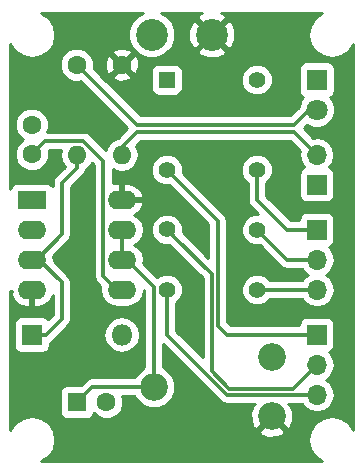
<source format=gbl>
G04 #@! TF.GenerationSoftware,KiCad,Pcbnew,(2017-10-17 revision 537804b)-master*
G04 #@! TF.CreationDate,2017-12-28T11:37:30+01:00*
G04 #@! TF.ProjectId,MonoStable555,4D6F6E6F537461626C653535352E6B69,rev?*
G04 #@! TF.SameCoordinates,Original*
G04 #@! TF.FileFunction,Copper,L2,Bot,Signal*
G04 #@! TF.FilePolarity,Positive*
%FSLAX46Y46*%
G04 Gerber Fmt 4.6, Leading zero omitted, Abs format (unit mm)*
G04 Created by KiCad (PCBNEW (2017-10-17 revision 537804b)-master) date 2017 December 28, Thursday 11:37:30*
%MOMM*%
%LPD*%
G01*
G04 APERTURE LIST*
%ADD10C,1.400000*%
%ADD11R,1.400000X1.400000*%
%ADD12C,2.700020*%
%ADD13C,1.600000*%
%ADD14R,1.600000X1.600000*%
%ADD15C,1.800000*%
%ADD16R,1.800000X1.800000*%
%ADD17O,1.700000X1.700000*%
%ADD18R,1.700000X1.700000*%
%ADD19O,1.600000X1.600000*%
%ADD20C,2.340000*%
%ADD21O,2.400000X1.600000*%
%ADD22R,2.400000X1.600000*%
%ADD23O,1.800000X1.800000*%
%ADD24C,0.300000*%
%ADD25C,0.254000*%
G04 APERTURE END LIST*
D10*
X172720000Y-62230000D03*
X172730000Y-72400000D03*
X172730000Y-67320000D03*
X165100000Y-62230000D03*
X165100000Y-72390000D03*
X165100000Y-67300000D03*
X172720000Y-54610000D03*
D11*
X165100000Y-54610000D03*
D12*
X163830000Y-50800000D03*
X168910000Y-50800000D03*
D13*
X159980000Y-81915000D03*
D14*
X157480000Y-81915000D03*
D13*
X153670000Y-60920000D03*
X153670000Y-58420000D03*
D15*
X177800000Y-57150000D03*
D16*
X177800000Y-54610000D03*
D17*
X177800000Y-81280000D03*
X177800000Y-78740000D03*
D18*
X177800000Y-76200000D03*
X177800000Y-67310000D03*
D17*
X177800000Y-69850000D03*
X177800000Y-72390000D03*
D13*
X157480000Y-53340000D03*
D19*
X157480000Y-60960000D03*
D20*
X173990000Y-78105000D03*
X163990000Y-80605000D03*
X173990000Y-83105000D03*
D17*
X177800000Y-60960000D03*
D18*
X177800000Y-63500000D03*
D21*
X161290000Y-64770000D03*
X153670000Y-72390000D03*
X161290000Y-67310000D03*
X153670000Y-69850000D03*
X161290000Y-69850000D03*
X153670000Y-67310000D03*
X161290000Y-72390000D03*
D22*
X153670000Y-64770000D03*
D23*
X161290000Y-76200000D03*
D16*
X153670000Y-76200000D03*
D19*
X161290000Y-60960000D03*
D13*
X161290000Y-53340000D03*
D24*
X161290000Y-69850000D02*
X161690000Y-69850000D01*
X161690000Y-69850000D02*
X163990000Y-72150000D01*
X163990000Y-72150000D02*
X163990000Y-78950371D01*
X163990000Y-78950371D02*
X163990000Y-80605000D01*
X161290000Y-67310000D02*
X161290000Y-69850000D01*
X158790000Y-80605000D02*
X157480000Y-81915000D01*
X163990000Y-80605000D02*
X158790000Y-80605000D01*
X153670000Y-60920000D02*
X154780001Y-59809999D01*
X154780001Y-59809999D02*
X158032001Y-59809999D01*
X158032001Y-59809999D02*
X159739990Y-61517988D01*
X159739990Y-61517988D02*
X159739990Y-71239990D01*
X159739990Y-71239990D02*
X160890000Y-72390000D01*
X160890000Y-72390000D02*
X161290000Y-72390000D01*
X157480000Y-53340000D02*
X162560000Y-58420000D01*
X162560000Y-58420000D02*
X175895000Y-58420000D01*
X175895000Y-58420000D02*
X177165000Y-57150000D01*
X177165000Y-57150000D02*
X177800000Y-57150000D01*
X154070000Y-69850000D02*
X156210000Y-67710000D01*
X156210000Y-67710000D02*
X156210000Y-63361370D01*
X156210000Y-63361370D02*
X157480000Y-62091370D01*
X157480000Y-62091370D02*
X157480000Y-60960000D01*
X153670000Y-76200000D02*
X154870000Y-76200000D01*
X154870000Y-76200000D02*
X156210000Y-74860000D01*
X156210000Y-74860000D02*
X156210000Y-71755000D01*
X156210000Y-71755000D02*
X154305000Y-69850000D01*
X154305000Y-69850000D02*
X154070000Y-69850000D01*
X153670000Y-69850000D02*
X154070000Y-69850000D01*
X165100000Y-72390000D02*
X165100000Y-76200000D01*
X165100000Y-76200000D02*
X170180000Y-81280000D01*
X170180000Y-81280000D02*
X176597919Y-81280000D01*
X176597919Y-81280000D02*
X177800000Y-81280000D01*
X177800000Y-69850000D02*
X175260000Y-69850000D01*
X175260000Y-69850000D02*
X172730000Y-67320000D01*
X168910000Y-79302878D02*
X168910000Y-71110000D01*
X165799999Y-67999999D02*
X165100000Y-67300000D01*
X168910000Y-71110000D02*
X165799999Y-67999999D01*
X175760011Y-80779989D02*
X170387111Y-80779989D01*
X177800000Y-78740000D02*
X175760011Y-80779989D01*
X170387111Y-80779989D02*
X168910000Y-79302878D01*
X177800000Y-76200000D02*
X170180000Y-76200000D01*
X165799999Y-62929999D02*
X165100000Y-62230000D01*
X170180000Y-76200000D02*
X169410011Y-75430011D01*
X169410011Y-75430011D02*
X169410011Y-66540011D01*
X169410011Y-66540011D02*
X165799999Y-62929999D01*
X177800000Y-67310000D02*
X175260000Y-67310000D01*
X175260000Y-67310000D02*
X172720000Y-64770000D01*
X172720000Y-64770000D02*
X172720000Y-62230000D01*
X172730000Y-72400000D02*
X177790000Y-72400000D01*
X177790000Y-72400000D02*
X177800000Y-72390000D01*
X161290000Y-60960000D02*
X161290000Y-60325000D01*
X161290000Y-60325000D02*
X162560000Y-59055000D01*
X162560000Y-59055000D02*
X175895000Y-59055000D01*
X175895000Y-59055000D02*
X177800000Y-60960000D01*
D25*
G36*
X162707051Y-49116209D02*
X162148171Y-49674114D01*
X161845335Y-50403425D01*
X161844646Y-51193111D01*
X162146209Y-51922949D01*
X162704114Y-52481829D01*
X163433425Y-52784665D01*
X164223111Y-52785354D01*
X164952949Y-52483791D01*
X165231625Y-52205601D01*
X167684004Y-52205601D01*
X167825472Y-52508790D01*
X168561952Y-52793747D01*
X169351420Y-52775174D01*
X169994528Y-52508790D01*
X170135996Y-52205601D01*
X168910000Y-50979605D01*
X167684004Y-52205601D01*
X165231625Y-52205601D01*
X165511829Y-51925886D01*
X165814665Y-51196575D01*
X165815314Y-50451952D01*
X166916253Y-50451952D01*
X166934826Y-51241420D01*
X167201210Y-51884528D01*
X167504399Y-52025996D01*
X168730395Y-50800000D01*
X169089605Y-50800000D01*
X170315601Y-52025996D01*
X170618790Y-51884528D01*
X170903747Y-51148048D01*
X170885174Y-50358580D01*
X170618790Y-49715472D01*
X170315601Y-49574004D01*
X169089605Y-50800000D01*
X168730395Y-50800000D01*
X167504399Y-49574004D01*
X167201210Y-49715472D01*
X166916253Y-50451952D01*
X165815314Y-50451952D01*
X165815354Y-50406889D01*
X165513791Y-49677051D01*
X164955886Y-49118171D01*
X164599050Y-48970000D01*
X168118099Y-48970000D01*
X167825472Y-49091210D01*
X167684004Y-49394399D01*
X168910000Y-50620395D01*
X170135996Y-49394399D01*
X169994528Y-49091210D01*
X169681257Y-48970000D01*
X178269229Y-48970000D01*
X177652251Y-49382251D01*
X177217622Y-50032720D01*
X177065000Y-50800000D01*
X177217622Y-51567280D01*
X177652251Y-52217749D01*
X178302720Y-52652378D01*
X179070000Y-52805000D01*
X179837280Y-52652378D01*
X180487749Y-52217749D01*
X180900000Y-51600771D01*
X180900000Y-84289229D01*
X180487749Y-83672251D01*
X179837280Y-83237622D01*
X179070000Y-83085000D01*
X178302720Y-83237622D01*
X177652251Y-83672251D01*
X177217622Y-84322720D01*
X177065000Y-85090000D01*
X177217622Y-85857280D01*
X177652251Y-86507749D01*
X178269229Y-86920000D01*
X154470771Y-86920000D01*
X155087749Y-86507749D01*
X155522378Y-85857280D01*
X155675000Y-85090000D01*
X155533869Y-84380486D01*
X172894120Y-84380486D01*
X173013586Y-84664984D01*
X173684890Y-84919894D01*
X174402646Y-84898504D01*
X174966414Y-84664984D01*
X175085880Y-84380486D01*
X173990000Y-83284605D01*
X172894120Y-84380486D01*
X155533869Y-84380486D01*
X155522378Y-84322720D01*
X155087749Y-83672251D01*
X154437280Y-83237622D01*
X153670000Y-83085000D01*
X152902720Y-83237622D01*
X152252251Y-83672251D01*
X151840000Y-84289229D01*
X151840000Y-72517002D01*
X152000084Y-72517002D01*
X151878096Y-72739039D01*
X151895633Y-72821819D01*
X152165500Y-73314896D01*
X152603517Y-73667166D01*
X153143000Y-73825000D01*
X153543000Y-73825000D01*
X153543000Y-72517000D01*
X153523000Y-72517000D01*
X153523000Y-72263000D01*
X153543000Y-72263000D01*
X153543000Y-72243000D01*
X153797000Y-72243000D01*
X153797000Y-72263000D01*
X153817000Y-72263000D01*
X153817000Y-72517000D01*
X153797000Y-72517000D01*
X153797000Y-73825000D01*
X154197000Y-73825000D01*
X154736483Y-73667166D01*
X155174500Y-73314896D01*
X155425000Y-72857205D01*
X155425000Y-74534842D01*
X155063795Y-74896047D01*
X155027809Y-74842191D01*
X154817765Y-74701843D01*
X154570000Y-74652560D01*
X152770000Y-74652560D01*
X152522235Y-74701843D01*
X152312191Y-74842191D01*
X152171843Y-75052235D01*
X152122560Y-75300000D01*
X152122560Y-77100000D01*
X152171843Y-77347765D01*
X152312191Y-77557809D01*
X152522235Y-77698157D01*
X152770000Y-77747440D01*
X154570000Y-77747440D01*
X154817765Y-77698157D01*
X155027809Y-77557809D01*
X155168157Y-77347765D01*
X155217440Y-77100000D01*
X155217440Y-76893819D01*
X155425079Y-76755079D01*
X155980158Y-76200000D01*
X159724928Y-76200000D01*
X159841773Y-76787419D01*
X160174519Y-77285409D01*
X160672509Y-77618155D01*
X161259928Y-77735000D01*
X161320072Y-77735000D01*
X161907491Y-77618155D01*
X162405481Y-77285409D01*
X162738227Y-76787419D01*
X162855072Y-76200000D01*
X162738227Y-75612581D01*
X162405481Y-75114591D01*
X161907491Y-74781845D01*
X161320072Y-74665000D01*
X161259928Y-74665000D01*
X160672509Y-74781845D01*
X160174519Y-75114591D01*
X159841773Y-75612581D01*
X159724928Y-76200000D01*
X155980158Y-76200000D01*
X156765079Y-75415079D01*
X156935245Y-75160407D01*
X156995000Y-74860000D01*
X156995000Y-71755000D01*
X156935245Y-71454594D01*
X156765079Y-71199921D01*
X155520080Y-69954922D01*
X155540950Y-69850000D01*
X155481091Y-69549067D01*
X156765079Y-68265079D01*
X156935245Y-68010407D01*
X156995000Y-67710000D01*
X156995000Y-63686528D01*
X158035079Y-62646449D01*
X158205245Y-62391777D01*
X158250107Y-62166242D01*
X158494698Y-62002811D01*
X158743018Y-61631174D01*
X158954990Y-61843146D01*
X158954990Y-71239990D01*
X159014745Y-71540397D01*
X159184911Y-71795069D01*
X159478909Y-72089067D01*
X159419050Y-72390000D01*
X159528283Y-72939151D01*
X159839352Y-73404698D01*
X160304899Y-73715767D01*
X160854050Y-73825000D01*
X161725950Y-73825000D01*
X162275101Y-73715767D01*
X162740648Y-73404698D01*
X163051717Y-72939151D01*
X163154130Y-72424288D01*
X163205000Y-72475158D01*
X163205000Y-78976342D01*
X162968885Y-79073903D01*
X162460688Y-79581215D01*
X162361536Y-79820000D01*
X158790000Y-79820000D01*
X158489594Y-79879755D01*
X158234921Y-80049921D01*
X157817282Y-80467560D01*
X156680000Y-80467560D01*
X156432235Y-80516843D01*
X156222191Y-80657191D01*
X156081843Y-80867235D01*
X156032560Y-81115000D01*
X156032560Y-82715000D01*
X156081843Y-82962765D01*
X156222191Y-83172809D01*
X156432235Y-83313157D01*
X156680000Y-83362440D01*
X158280000Y-83362440D01*
X158527765Y-83313157D01*
X158737809Y-83172809D01*
X158878157Y-82962765D01*
X158898121Y-82862400D01*
X159166077Y-83130824D01*
X159693309Y-83349750D01*
X160264187Y-83350248D01*
X160791800Y-83132243D01*
X161195824Y-82728923D01*
X161414750Y-82201691D01*
X161415248Y-81630813D01*
X161315746Y-81390000D01*
X162361342Y-81390000D01*
X162458903Y-81626115D01*
X162966215Y-82134312D01*
X163629388Y-82409686D01*
X164347462Y-82410313D01*
X165011115Y-82136097D01*
X165519312Y-81628785D01*
X165794686Y-80965612D01*
X165795313Y-80247538D01*
X165521097Y-79583885D01*
X165013785Y-79075688D01*
X164775000Y-78976536D01*
X164775000Y-76985158D01*
X169624921Y-81835079D01*
X169879594Y-82005245D01*
X170180000Y-82065000D01*
X172581441Y-82065000D01*
X172430016Y-82128586D01*
X172175106Y-82799890D01*
X172196496Y-83517646D01*
X172430016Y-84081414D01*
X172714514Y-84200880D01*
X173810395Y-83105000D01*
X173796252Y-83090858D01*
X173975858Y-82911252D01*
X173990000Y-82925395D01*
X174004142Y-82911252D01*
X174183748Y-83090858D01*
X174169605Y-83105000D01*
X175265486Y-84200880D01*
X175549984Y-84081414D01*
X175804894Y-83410110D01*
X175783504Y-82692354D01*
X175549984Y-82128586D01*
X175398559Y-82065000D01*
X176543750Y-82065000D01*
X176720853Y-82330054D01*
X177202622Y-82651961D01*
X177770907Y-82765000D01*
X177829093Y-82765000D01*
X178397378Y-82651961D01*
X178879147Y-82330054D01*
X179201054Y-81848285D01*
X179314093Y-81280000D01*
X179201054Y-80711715D01*
X178879147Y-80229946D01*
X178549974Y-80010000D01*
X178879147Y-79790054D01*
X179201054Y-79308285D01*
X179314093Y-78740000D01*
X179201054Y-78171715D01*
X178879147Y-77689946D01*
X178835223Y-77660597D01*
X178897765Y-77648157D01*
X179107809Y-77507809D01*
X179248157Y-77297765D01*
X179297440Y-77050000D01*
X179297440Y-75350000D01*
X179248157Y-75102235D01*
X179107809Y-74892191D01*
X178897765Y-74751843D01*
X178650000Y-74702560D01*
X176950000Y-74702560D01*
X176702235Y-74751843D01*
X176492191Y-74892191D01*
X176351843Y-75102235D01*
X176302560Y-75350000D01*
X176302560Y-75415000D01*
X170505158Y-75415000D01*
X170195011Y-75104853D01*
X170195011Y-66540011D01*
X170135256Y-66239605D01*
X169965090Y-65984932D01*
X166474541Y-62494383D01*
X171384769Y-62494383D01*
X171587582Y-62985229D01*
X171935000Y-63333253D01*
X171935000Y-64770000D01*
X171994755Y-65070407D01*
X172164921Y-65325079D01*
X172824924Y-65985082D01*
X172465617Y-65984769D01*
X171974771Y-66187582D01*
X171598902Y-66562796D01*
X171395232Y-67053287D01*
X171394769Y-67584383D01*
X171597582Y-68075229D01*
X171972796Y-68451098D01*
X172463287Y-68654768D01*
X172955039Y-68655197D01*
X174704921Y-70405079D01*
X174959593Y-70575245D01*
X175260000Y-70635000D01*
X176543750Y-70635000D01*
X176720853Y-70900054D01*
X177050026Y-71120000D01*
X176720853Y-71339946D01*
X176537068Y-71615000D01*
X173832699Y-71615000D01*
X173487204Y-71268902D01*
X172996713Y-71065232D01*
X172465617Y-71064769D01*
X171974771Y-71267582D01*
X171598902Y-71642796D01*
X171395232Y-72133287D01*
X171394769Y-72664383D01*
X171597582Y-73155229D01*
X171972796Y-73531098D01*
X172463287Y-73734768D01*
X172994383Y-73735231D01*
X173485229Y-73532418D01*
X173833253Y-73185000D01*
X176550432Y-73185000D01*
X176720853Y-73440054D01*
X177202622Y-73761961D01*
X177770907Y-73875000D01*
X177829093Y-73875000D01*
X178397378Y-73761961D01*
X178879147Y-73440054D01*
X179201054Y-72958285D01*
X179314093Y-72390000D01*
X179201054Y-71821715D01*
X178879147Y-71339946D01*
X178549974Y-71120000D01*
X178879147Y-70900054D01*
X179201054Y-70418285D01*
X179314093Y-69850000D01*
X179201054Y-69281715D01*
X178879147Y-68799946D01*
X178835223Y-68770597D01*
X178897765Y-68758157D01*
X179107809Y-68617809D01*
X179248157Y-68407765D01*
X179297440Y-68160000D01*
X179297440Y-66460000D01*
X179248157Y-66212235D01*
X179107809Y-66002191D01*
X178897765Y-65861843D01*
X178650000Y-65812560D01*
X176950000Y-65812560D01*
X176702235Y-65861843D01*
X176492191Y-66002191D01*
X176351843Y-66212235D01*
X176302560Y-66460000D01*
X176302560Y-66525000D01*
X175585158Y-66525000D01*
X173505000Y-64444842D01*
X173505000Y-63332699D01*
X173851098Y-62987204D01*
X174054768Y-62496713D01*
X174055231Y-61965617D01*
X173852418Y-61474771D01*
X173477204Y-61098902D01*
X172986713Y-60895232D01*
X172455617Y-60894769D01*
X171964771Y-61097582D01*
X171588902Y-61472796D01*
X171385232Y-61963287D01*
X171384769Y-62494383D01*
X166474541Y-62494383D01*
X166434805Y-62454647D01*
X166435231Y-61965617D01*
X166232418Y-61474771D01*
X165857204Y-61098902D01*
X165366713Y-60895232D01*
X164835617Y-60894769D01*
X164344771Y-61097582D01*
X163968902Y-61472796D01*
X163765232Y-61963287D01*
X163764769Y-62494383D01*
X163967582Y-62985229D01*
X164342796Y-63361098D01*
X164833287Y-63564768D01*
X165325039Y-63565197D01*
X168625011Y-66865169D01*
X168625011Y-69714853D01*
X166434805Y-67524647D01*
X166435231Y-67035617D01*
X166232418Y-66544771D01*
X165857204Y-66168902D01*
X165366713Y-65965232D01*
X164835617Y-65964769D01*
X164344771Y-66167582D01*
X163968902Y-66542796D01*
X163765232Y-67033287D01*
X163764769Y-67564383D01*
X163967582Y-68055229D01*
X164342796Y-68431098D01*
X164833287Y-68634768D01*
X165325039Y-68635197D01*
X168125000Y-71435158D01*
X168125000Y-78114842D01*
X165885000Y-75874842D01*
X165885000Y-73492699D01*
X166231098Y-73147204D01*
X166434768Y-72656713D01*
X166435231Y-72125617D01*
X166232418Y-71634771D01*
X165857204Y-71258902D01*
X165366713Y-71055232D01*
X164835617Y-71054769D01*
X164344771Y-71257582D01*
X164276196Y-71326038D01*
X163101091Y-70150933D01*
X163160950Y-69850000D01*
X163051717Y-69300849D01*
X162740648Y-68835302D01*
X162358562Y-68580000D01*
X162740648Y-68324698D01*
X163051717Y-67859151D01*
X163160950Y-67310000D01*
X163051717Y-66760849D01*
X162740648Y-66295302D01*
X162362293Y-66042493D01*
X162794500Y-65694896D01*
X163064367Y-65201819D01*
X163081904Y-65119039D01*
X162959915Y-64897000D01*
X161417000Y-64897000D01*
X161417000Y-64917000D01*
X161163000Y-64917000D01*
X161163000Y-64897000D01*
X161143000Y-64897000D01*
X161143000Y-64643000D01*
X161163000Y-64643000D01*
X161163000Y-63335000D01*
X161417000Y-63335000D01*
X161417000Y-64643000D01*
X162959915Y-64643000D01*
X163081904Y-64420961D01*
X163064367Y-64338181D01*
X162794500Y-63845104D01*
X162356483Y-63492834D01*
X161817000Y-63335000D01*
X161417000Y-63335000D01*
X161163000Y-63335000D01*
X160763000Y-63335000D01*
X160524990Y-63404633D01*
X160524990Y-62169647D01*
X160740849Y-62313880D01*
X161290000Y-62423113D01*
X161839151Y-62313880D01*
X162304698Y-62002811D01*
X162615767Y-61537264D01*
X162725000Y-60988113D01*
X162725000Y-60931887D01*
X162615767Y-60382736D01*
X162506280Y-60218878D01*
X162885158Y-59840000D01*
X175569842Y-59840000D01*
X176372363Y-60642521D01*
X176315000Y-60930907D01*
X176315000Y-60989093D01*
X176428039Y-61557378D01*
X176749946Y-62039147D01*
X176753643Y-62041617D01*
X176702235Y-62051843D01*
X176492191Y-62192191D01*
X176351843Y-62402235D01*
X176302560Y-62650000D01*
X176302560Y-64350000D01*
X176351843Y-64597765D01*
X176492191Y-64807809D01*
X176702235Y-64948157D01*
X176950000Y-64997440D01*
X178650000Y-64997440D01*
X178897765Y-64948157D01*
X179107809Y-64807809D01*
X179248157Y-64597765D01*
X179297440Y-64350000D01*
X179297440Y-62650000D01*
X179248157Y-62402235D01*
X179107809Y-62192191D01*
X178897765Y-62051843D01*
X178846357Y-62041617D01*
X178850054Y-62039147D01*
X179171961Y-61557378D01*
X179285000Y-60989093D01*
X179285000Y-60930907D01*
X179171961Y-60362622D01*
X178850054Y-59880853D01*
X178368285Y-59558946D01*
X177800000Y-59445907D01*
X177463082Y-59512924D01*
X176687658Y-58737500D01*
X176961330Y-58463828D01*
X177493330Y-58684733D01*
X178103991Y-58685265D01*
X178668371Y-58452068D01*
X179100551Y-58020643D01*
X179334733Y-57456670D01*
X179335265Y-56846009D01*
X179102068Y-56281629D01*
X178932025Y-56111288D01*
X178947765Y-56108157D01*
X179157809Y-55967809D01*
X179298157Y-55757765D01*
X179347440Y-55510000D01*
X179347440Y-53710000D01*
X179298157Y-53462235D01*
X179157809Y-53252191D01*
X178947765Y-53111843D01*
X178700000Y-53062560D01*
X176900000Y-53062560D01*
X176652235Y-53111843D01*
X176442191Y-53252191D01*
X176301843Y-53462235D01*
X176252560Y-53710000D01*
X176252560Y-55510000D01*
X176301843Y-55757765D01*
X176442191Y-55967809D01*
X176652235Y-56108157D01*
X176667839Y-56111261D01*
X176499449Y-56279357D01*
X176265267Y-56843330D01*
X176265183Y-56939659D01*
X175569842Y-57635000D01*
X162885158Y-57635000D01*
X159597903Y-54347745D01*
X160461861Y-54347745D01*
X160535995Y-54593864D01*
X161073223Y-54786965D01*
X161643454Y-54759778D01*
X162044005Y-54593864D01*
X162118139Y-54347745D01*
X161290000Y-53519605D01*
X160461861Y-54347745D01*
X159597903Y-54347745D01*
X158903630Y-53653472D01*
X158914750Y-53626691D01*
X158915189Y-53123223D01*
X159843035Y-53123223D01*
X159870222Y-53693454D01*
X160036136Y-54094005D01*
X160282255Y-54168139D01*
X161110395Y-53340000D01*
X161469605Y-53340000D01*
X162297745Y-54168139D01*
X162543864Y-54094005D01*
X162610002Y-53910000D01*
X163752560Y-53910000D01*
X163752560Y-55310000D01*
X163801843Y-55557765D01*
X163942191Y-55767809D01*
X164152235Y-55908157D01*
X164400000Y-55957440D01*
X165800000Y-55957440D01*
X166047765Y-55908157D01*
X166257809Y-55767809D01*
X166398157Y-55557765D01*
X166447440Y-55310000D01*
X166447440Y-54874383D01*
X171384769Y-54874383D01*
X171587582Y-55365229D01*
X171962796Y-55741098D01*
X172453287Y-55944768D01*
X172984383Y-55945231D01*
X173475229Y-55742418D01*
X173851098Y-55367204D01*
X174054768Y-54876713D01*
X174055231Y-54345617D01*
X173852418Y-53854771D01*
X173477204Y-53478902D01*
X172986713Y-53275232D01*
X172455617Y-53274769D01*
X171964771Y-53477582D01*
X171588902Y-53852796D01*
X171385232Y-54343287D01*
X171384769Y-54874383D01*
X166447440Y-54874383D01*
X166447440Y-53910000D01*
X166398157Y-53662235D01*
X166257809Y-53452191D01*
X166047765Y-53311843D01*
X165800000Y-53262560D01*
X164400000Y-53262560D01*
X164152235Y-53311843D01*
X163942191Y-53452191D01*
X163801843Y-53662235D01*
X163752560Y-53910000D01*
X162610002Y-53910000D01*
X162736965Y-53556777D01*
X162709778Y-52986546D01*
X162543864Y-52585995D01*
X162297745Y-52511861D01*
X161469605Y-53340000D01*
X161110395Y-53340000D01*
X160282255Y-52511861D01*
X160036136Y-52585995D01*
X159843035Y-53123223D01*
X158915189Y-53123223D01*
X158915248Y-53055813D01*
X158697243Y-52528200D01*
X158501640Y-52332255D01*
X160461861Y-52332255D01*
X161290000Y-53160395D01*
X162118139Y-52332255D01*
X162044005Y-52086136D01*
X161506777Y-51893035D01*
X160936546Y-51920222D01*
X160535995Y-52086136D01*
X160461861Y-52332255D01*
X158501640Y-52332255D01*
X158293923Y-52124176D01*
X157766691Y-51905250D01*
X157195813Y-51904752D01*
X156668200Y-52122757D01*
X156264176Y-52526077D01*
X156045250Y-53053309D01*
X156044752Y-53624187D01*
X156262757Y-54151800D01*
X156666077Y-54555824D01*
X157193309Y-54774750D01*
X157764187Y-54775248D01*
X157793131Y-54763289D01*
X161767342Y-58737500D01*
X160937922Y-59566920D01*
X160740849Y-59606120D01*
X160275302Y-59917189D01*
X159964233Y-60382736D01*
X159922865Y-60590705D01*
X158587080Y-59254920D01*
X158332408Y-59084754D01*
X158032001Y-59024999D01*
X154972577Y-59024999D01*
X155104750Y-58706691D01*
X155105248Y-58135813D01*
X154887243Y-57608200D01*
X154483923Y-57204176D01*
X153956691Y-56985250D01*
X153385813Y-56984752D01*
X152858200Y-57202757D01*
X152454176Y-57606077D01*
X152235250Y-58133309D01*
X152234752Y-58704187D01*
X152452757Y-59231800D01*
X152856077Y-59635824D01*
X152937931Y-59669813D01*
X152858200Y-59702757D01*
X152454176Y-60106077D01*
X152235250Y-60633309D01*
X152234752Y-61204187D01*
X152452757Y-61731800D01*
X152856077Y-62135824D01*
X153383309Y-62354750D01*
X153954187Y-62355248D01*
X154481800Y-62137243D01*
X154885824Y-61733923D01*
X155104750Y-61206691D01*
X155105248Y-60635813D01*
X155093288Y-60606869D01*
X155105158Y-60594999D01*
X156112011Y-60594999D01*
X156045000Y-60931887D01*
X156045000Y-60988113D01*
X156154233Y-61537264D01*
X156462538Y-61998674D01*
X155654921Y-62806291D01*
X155484755Y-63060963D01*
X155484755Y-63060964D01*
X155425000Y-63361370D01*
X155425000Y-63657646D01*
X155327809Y-63512191D01*
X155117765Y-63371843D01*
X154870000Y-63322560D01*
X152470000Y-63322560D01*
X152222235Y-63371843D01*
X152012191Y-63512191D01*
X151871843Y-63722235D01*
X151840000Y-63882322D01*
X151840000Y-51600771D01*
X152252251Y-52217749D01*
X152902720Y-52652378D01*
X153670000Y-52805000D01*
X154437280Y-52652378D01*
X155087749Y-52217749D01*
X155522378Y-51567280D01*
X155675000Y-50800000D01*
X155522378Y-50032720D01*
X155087749Y-49382251D01*
X154470771Y-48970000D01*
X163060904Y-48970000D01*
X162707051Y-49116209D01*
X162707051Y-49116209D01*
G37*
X162707051Y-49116209D02*
X162148171Y-49674114D01*
X161845335Y-50403425D01*
X161844646Y-51193111D01*
X162146209Y-51922949D01*
X162704114Y-52481829D01*
X163433425Y-52784665D01*
X164223111Y-52785354D01*
X164952949Y-52483791D01*
X165231625Y-52205601D01*
X167684004Y-52205601D01*
X167825472Y-52508790D01*
X168561952Y-52793747D01*
X169351420Y-52775174D01*
X169994528Y-52508790D01*
X170135996Y-52205601D01*
X168910000Y-50979605D01*
X167684004Y-52205601D01*
X165231625Y-52205601D01*
X165511829Y-51925886D01*
X165814665Y-51196575D01*
X165815314Y-50451952D01*
X166916253Y-50451952D01*
X166934826Y-51241420D01*
X167201210Y-51884528D01*
X167504399Y-52025996D01*
X168730395Y-50800000D01*
X169089605Y-50800000D01*
X170315601Y-52025996D01*
X170618790Y-51884528D01*
X170903747Y-51148048D01*
X170885174Y-50358580D01*
X170618790Y-49715472D01*
X170315601Y-49574004D01*
X169089605Y-50800000D01*
X168730395Y-50800000D01*
X167504399Y-49574004D01*
X167201210Y-49715472D01*
X166916253Y-50451952D01*
X165815314Y-50451952D01*
X165815354Y-50406889D01*
X165513791Y-49677051D01*
X164955886Y-49118171D01*
X164599050Y-48970000D01*
X168118099Y-48970000D01*
X167825472Y-49091210D01*
X167684004Y-49394399D01*
X168910000Y-50620395D01*
X170135996Y-49394399D01*
X169994528Y-49091210D01*
X169681257Y-48970000D01*
X178269229Y-48970000D01*
X177652251Y-49382251D01*
X177217622Y-50032720D01*
X177065000Y-50800000D01*
X177217622Y-51567280D01*
X177652251Y-52217749D01*
X178302720Y-52652378D01*
X179070000Y-52805000D01*
X179837280Y-52652378D01*
X180487749Y-52217749D01*
X180900000Y-51600771D01*
X180900000Y-84289229D01*
X180487749Y-83672251D01*
X179837280Y-83237622D01*
X179070000Y-83085000D01*
X178302720Y-83237622D01*
X177652251Y-83672251D01*
X177217622Y-84322720D01*
X177065000Y-85090000D01*
X177217622Y-85857280D01*
X177652251Y-86507749D01*
X178269229Y-86920000D01*
X154470771Y-86920000D01*
X155087749Y-86507749D01*
X155522378Y-85857280D01*
X155675000Y-85090000D01*
X155533869Y-84380486D01*
X172894120Y-84380486D01*
X173013586Y-84664984D01*
X173684890Y-84919894D01*
X174402646Y-84898504D01*
X174966414Y-84664984D01*
X175085880Y-84380486D01*
X173990000Y-83284605D01*
X172894120Y-84380486D01*
X155533869Y-84380486D01*
X155522378Y-84322720D01*
X155087749Y-83672251D01*
X154437280Y-83237622D01*
X153670000Y-83085000D01*
X152902720Y-83237622D01*
X152252251Y-83672251D01*
X151840000Y-84289229D01*
X151840000Y-72517002D01*
X152000084Y-72517002D01*
X151878096Y-72739039D01*
X151895633Y-72821819D01*
X152165500Y-73314896D01*
X152603517Y-73667166D01*
X153143000Y-73825000D01*
X153543000Y-73825000D01*
X153543000Y-72517000D01*
X153523000Y-72517000D01*
X153523000Y-72263000D01*
X153543000Y-72263000D01*
X153543000Y-72243000D01*
X153797000Y-72243000D01*
X153797000Y-72263000D01*
X153817000Y-72263000D01*
X153817000Y-72517000D01*
X153797000Y-72517000D01*
X153797000Y-73825000D01*
X154197000Y-73825000D01*
X154736483Y-73667166D01*
X155174500Y-73314896D01*
X155425000Y-72857205D01*
X155425000Y-74534842D01*
X155063795Y-74896047D01*
X155027809Y-74842191D01*
X154817765Y-74701843D01*
X154570000Y-74652560D01*
X152770000Y-74652560D01*
X152522235Y-74701843D01*
X152312191Y-74842191D01*
X152171843Y-75052235D01*
X152122560Y-75300000D01*
X152122560Y-77100000D01*
X152171843Y-77347765D01*
X152312191Y-77557809D01*
X152522235Y-77698157D01*
X152770000Y-77747440D01*
X154570000Y-77747440D01*
X154817765Y-77698157D01*
X155027809Y-77557809D01*
X155168157Y-77347765D01*
X155217440Y-77100000D01*
X155217440Y-76893819D01*
X155425079Y-76755079D01*
X155980158Y-76200000D01*
X159724928Y-76200000D01*
X159841773Y-76787419D01*
X160174519Y-77285409D01*
X160672509Y-77618155D01*
X161259928Y-77735000D01*
X161320072Y-77735000D01*
X161907491Y-77618155D01*
X162405481Y-77285409D01*
X162738227Y-76787419D01*
X162855072Y-76200000D01*
X162738227Y-75612581D01*
X162405481Y-75114591D01*
X161907491Y-74781845D01*
X161320072Y-74665000D01*
X161259928Y-74665000D01*
X160672509Y-74781845D01*
X160174519Y-75114591D01*
X159841773Y-75612581D01*
X159724928Y-76200000D01*
X155980158Y-76200000D01*
X156765079Y-75415079D01*
X156935245Y-75160407D01*
X156995000Y-74860000D01*
X156995000Y-71755000D01*
X156935245Y-71454594D01*
X156765079Y-71199921D01*
X155520080Y-69954922D01*
X155540950Y-69850000D01*
X155481091Y-69549067D01*
X156765079Y-68265079D01*
X156935245Y-68010407D01*
X156995000Y-67710000D01*
X156995000Y-63686528D01*
X158035079Y-62646449D01*
X158205245Y-62391777D01*
X158250107Y-62166242D01*
X158494698Y-62002811D01*
X158743018Y-61631174D01*
X158954990Y-61843146D01*
X158954990Y-71239990D01*
X159014745Y-71540397D01*
X159184911Y-71795069D01*
X159478909Y-72089067D01*
X159419050Y-72390000D01*
X159528283Y-72939151D01*
X159839352Y-73404698D01*
X160304899Y-73715767D01*
X160854050Y-73825000D01*
X161725950Y-73825000D01*
X162275101Y-73715767D01*
X162740648Y-73404698D01*
X163051717Y-72939151D01*
X163154130Y-72424288D01*
X163205000Y-72475158D01*
X163205000Y-78976342D01*
X162968885Y-79073903D01*
X162460688Y-79581215D01*
X162361536Y-79820000D01*
X158790000Y-79820000D01*
X158489594Y-79879755D01*
X158234921Y-80049921D01*
X157817282Y-80467560D01*
X156680000Y-80467560D01*
X156432235Y-80516843D01*
X156222191Y-80657191D01*
X156081843Y-80867235D01*
X156032560Y-81115000D01*
X156032560Y-82715000D01*
X156081843Y-82962765D01*
X156222191Y-83172809D01*
X156432235Y-83313157D01*
X156680000Y-83362440D01*
X158280000Y-83362440D01*
X158527765Y-83313157D01*
X158737809Y-83172809D01*
X158878157Y-82962765D01*
X158898121Y-82862400D01*
X159166077Y-83130824D01*
X159693309Y-83349750D01*
X160264187Y-83350248D01*
X160791800Y-83132243D01*
X161195824Y-82728923D01*
X161414750Y-82201691D01*
X161415248Y-81630813D01*
X161315746Y-81390000D01*
X162361342Y-81390000D01*
X162458903Y-81626115D01*
X162966215Y-82134312D01*
X163629388Y-82409686D01*
X164347462Y-82410313D01*
X165011115Y-82136097D01*
X165519312Y-81628785D01*
X165794686Y-80965612D01*
X165795313Y-80247538D01*
X165521097Y-79583885D01*
X165013785Y-79075688D01*
X164775000Y-78976536D01*
X164775000Y-76985158D01*
X169624921Y-81835079D01*
X169879594Y-82005245D01*
X170180000Y-82065000D01*
X172581441Y-82065000D01*
X172430016Y-82128586D01*
X172175106Y-82799890D01*
X172196496Y-83517646D01*
X172430016Y-84081414D01*
X172714514Y-84200880D01*
X173810395Y-83105000D01*
X173796252Y-83090858D01*
X173975858Y-82911252D01*
X173990000Y-82925395D01*
X174004142Y-82911252D01*
X174183748Y-83090858D01*
X174169605Y-83105000D01*
X175265486Y-84200880D01*
X175549984Y-84081414D01*
X175804894Y-83410110D01*
X175783504Y-82692354D01*
X175549984Y-82128586D01*
X175398559Y-82065000D01*
X176543750Y-82065000D01*
X176720853Y-82330054D01*
X177202622Y-82651961D01*
X177770907Y-82765000D01*
X177829093Y-82765000D01*
X178397378Y-82651961D01*
X178879147Y-82330054D01*
X179201054Y-81848285D01*
X179314093Y-81280000D01*
X179201054Y-80711715D01*
X178879147Y-80229946D01*
X178549974Y-80010000D01*
X178879147Y-79790054D01*
X179201054Y-79308285D01*
X179314093Y-78740000D01*
X179201054Y-78171715D01*
X178879147Y-77689946D01*
X178835223Y-77660597D01*
X178897765Y-77648157D01*
X179107809Y-77507809D01*
X179248157Y-77297765D01*
X179297440Y-77050000D01*
X179297440Y-75350000D01*
X179248157Y-75102235D01*
X179107809Y-74892191D01*
X178897765Y-74751843D01*
X178650000Y-74702560D01*
X176950000Y-74702560D01*
X176702235Y-74751843D01*
X176492191Y-74892191D01*
X176351843Y-75102235D01*
X176302560Y-75350000D01*
X176302560Y-75415000D01*
X170505158Y-75415000D01*
X170195011Y-75104853D01*
X170195011Y-66540011D01*
X170135256Y-66239605D01*
X169965090Y-65984932D01*
X166474541Y-62494383D01*
X171384769Y-62494383D01*
X171587582Y-62985229D01*
X171935000Y-63333253D01*
X171935000Y-64770000D01*
X171994755Y-65070407D01*
X172164921Y-65325079D01*
X172824924Y-65985082D01*
X172465617Y-65984769D01*
X171974771Y-66187582D01*
X171598902Y-66562796D01*
X171395232Y-67053287D01*
X171394769Y-67584383D01*
X171597582Y-68075229D01*
X171972796Y-68451098D01*
X172463287Y-68654768D01*
X172955039Y-68655197D01*
X174704921Y-70405079D01*
X174959593Y-70575245D01*
X175260000Y-70635000D01*
X176543750Y-70635000D01*
X176720853Y-70900054D01*
X177050026Y-71120000D01*
X176720853Y-71339946D01*
X176537068Y-71615000D01*
X173832699Y-71615000D01*
X173487204Y-71268902D01*
X172996713Y-71065232D01*
X172465617Y-71064769D01*
X171974771Y-71267582D01*
X171598902Y-71642796D01*
X171395232Y-72133287D01*
X171394769Y-72664383D01*
X171597582Y-73155229D01*
X171972796Y-73531098D01*
X172463287Y-73734768D01*
X172994383Y-73735231D01*
X173485229Y-73532418D01*
X173833253Y-73185000D01*
X176550432Y-73185000D01*
X176720853Y-73440054D01*
X177202622Y-73761961D01*
X177770907Y-73875000D01*
X177829093Y-73875000D01*
X178397378Y-73761961D01*
X178879147Y-73440054D01*
X179201054Y-72958285D01*
X179314093Y-72390000D01*
X179201054Y-71821715D01*
X178879147Y-71339946D01*
X178549974Y-71120000D01*
X178879147Y-70900054D01*
X179201054Y-70418285D01*
X179314093Y-69850000D01*
X179201054Y-69281715D01*
X178879147Y-68799946D01*
X178835223Y-68770597D01*
X178897765Y-68758157D01*
X179107809Y-68617809D01*
X179248157Y-68407765D01*
X179297440Y-68160000D01*
X179297440Y-66460000D01*
X179248157Y-66212235D01*
X179107809Y-66002191D01*
X178897765Y-65861843D01*
X178650000Y-65812560D01*
X176950000Y-65812560D01*
X176702235Y-65861843D01*
X176492191Y-66002191D01*
X176351843Y-66212235D01*
X176302560Y-66460000D01*
X176302560Y-66525000D01*
X175585158Y-66525000D01*
X173505000Y-64444842D01*
X173505000Y-63332699D01*
X173851098Y-62987204D01*
X174054768Y-62496713D01*
X174055231Y-61965617D01*
X173852418Y-61474771D01*
X173477204Y-61098902D01*
X172986713Y-60895232D01*
X172455617Y-60894769D01*
X171964771Y-61097582D01*
X171588902Y-61472796D01*
X171385232Y-61963287D01*
X171384769Y-62494383D01*
X166474541Y-62494383D01*
X166434805Y-62454647D01*
X166435231Y-61965617D01*
X166232418Y-61474771D01*
X165857204Y-61098902D01*
X165366713Y-60895232D01*
X164835617Y-60894769D01*
X164344771Y-61097582D01*
X163968902Y-61472796D01*
X163765232Y-61963287D01*
X163764769Y-62494383D01*
X163967582Y-62985229D01*
X164342796Y-63361098D01*
X164833287Y-63564768D01*
X165325039Y-63565197D01*
X168625011Y-66865169D01*
X168625011Y-69714853D01*
X166434805Y-67524647D01*
X166435231Y-67035617D01*
X166232418Y-66544771D01*
X165857204Y-66168902D01*
X165366713Y-65965232D01*
X164835617Y-65964769D01*
X164344771Y-66167582D01*
X163968902Y-66542796D01*
X163765232Y-67033287D01*
X163764769Y-67564383D01*
X163967582Y-68055229D01*
X164342796Y-68431098D01*
X164833287Y-68634768D01*
X165325039Y-68635197D01*
X168125000Y-71435158D01*
X168125000Y-78114842D01*
X165885000Y-75874842D01*
X165885000Y-73492699D01*
X166231098Y-73147204D01*
X166434768Y-72656713D01*
X166435231Y-72125617D01*
X166232418Y-71634771D01*
X165857204Y-71258902D01*
X165366713Y-71055232D01*
X164835617Y-71054769D01*
X164344771Y-71257582D01*
X164276196Y-71326038D01*
X163101091Y-70150933D01*
X163160950Y-69850000D01*
X163051717Y-69300849D01*
X162740648Y-68835302D01*
X162358562Y-68580000D01*
X162740648Y-68324698D01*
X163051717Y-67859151D01*
X163160950Y-67310000D01*
X163051717Y-66760849D01*
X162740648Y-66295302D01*
X162362293Y-66042493D01*
X162794500Y-65694896D01*
X163064367Y-65201819D01*
X163081904Y-65119039D01*
X162959915Y-64897000D01*
X161417000Y-64897000D01*
X161417000Y-64917000D01*
X161163000Y-64917000D01*
X161163000Y-64897000D01*
X161143000Y-64897000D01*
X161143000Y-64643000D01*
X161163000Y-64643000D01*
X161163000Y-63335000D01*
X161417000Y-63335000D01*
X161417000Y-64643000D01*
X162959915Y-64643000D01*
X163081904Y-64420961D01*
X163064367Y-64338181D01*
X162794500Y-63845104D01*
X162356483Y-63492834D01*
X161817000Y-63335000D01*
X161417000Y-63335000D01*
X161163000Y-63335000D01*
X160763000Y-63335000D01*
X160524990Y-63404633D01*
X160524990Y-62169647D01*
X160740849Y-62313880D01*
X161290000Y-62423113D01*
X161839151Y-62313880D01*
X162304698Y-62002811D01*
X162615767Y-61537264D01*
X162725000Y-60988113D01*
X162725000Y-60931887D01*
X162615767Y-60382736D01*
X162506280Y-60218878D01*
X162885158Y-59840000D01*
X175569842Y-59840000D01*
X176372363Y-60642521D01*
X176315000Y-60930907D01*
X176315000Y-60989093D01*
X176428039Y-61557378D01*
X176749946Y-62039147D01*
X176753643Y-62041617D01*
X176702235Y-62051843D01*
X176492191Y-62192191D01*
X176351843Y-62402235D01*
X176302560Y-62650000D01*
X176302560Y-64350000D01*
X176351843Y-64597765D01*
X176492191Y-64807809D01*
X176702235Y-64948157D01*
X176950000Y-64997440D01*
X178650000Y-64997440D01*
X178897765Y-64948157D01*
X179107809Y-64807809D01*
X179248157Y-64597765D01*
X179297440Y-64350000D01*
X179297440Y-62650000D01*
X179248157Y-62402235D01*
X179107809Y-62192191D01*
X178897765Y-62051843D01*
X178846357Y-62041617D01*
X178850054Y-62039147D01*
X179171961Y-61557378D01*
X179285000Y-60989093D01*
X179285000Y-60930907D01*
X179171961Y-60362622D01*
X178850054Y-59880853D01*
X178368285Y-59558946D01*
X177800000Y-59445907D01*
X177463082Y-59512924D01*
X176687658Y-58737500D01*
X176961330Y-58463828D01*
X177493330Y-58684733D01*
X178103991Y-58685265D01*
X178668371Y-58452068D01*
X179100551Y-58020643D01*
X179334733Y-57456670D01*
X179335265Y-56846009D01*
X179102068Y-56281629D01*
X178932025Y-56111288D01*
X178947765Y-56108157D01*
X179157809Y-55967809D01*
X179298157Y-55757765D01*
X179347440Y-55510000D01*
X179347440Y-53710000D01*
X179298157Y-53462235D01*
X179157809Y-53252191D01*
X178947765Y-53111843D01*
X178700000Y-53062560D01*
X176900000Y-53062560D01*
X176652235Y-53111843D01*
X176442191Y-53252191D01*
X176301843Y-53462235D01*
X176252560Y-53710000D01*
X176252560Y-55510000D01*
X176301843Y-55757765D01*
X176442191Y-55967809D01*
X176652235Y-56108157D01*
X176667839Y-56111261D01*
X176499449Y-56279357D01*
X176265267Y-56843330D01*
X176265183Y-56939659D01*
X175569842Y-57635000D01*
X162885158Y-57635000D01*
X159597903Y-54347745D01*
X160461861Y-54347745D01*
X160535995Y-54593864D01*
X161073223Y-54786965D01*
X161643454Y-54759778D01*
X162044005Y-54593864D01*
X162118139Y-54347745D01*
X161290000Y-53519605D01*
X160461861Y-54347745D01*
X159597903Y-54347745D01*
X158903630Y-53653472D01*
X158914750Y-53626691D01*
X158915189Y-53123223D01*
X159843035Y-53123223D01*
X159870222Y-53693454D01*
X160036136Y-54094005D01*
X160282255Y-54168139D01*
X161110395Y-53340000D01*
X161469605Y-53340000D01*
X162297745Y-54168139D01*
X162543864Y-54094005D01*
X162610002Y-53910000D01*
X163752560Y-53910000D01*
X163752560Y-55310000D01*
X163801843Y-55557765D01*
X163942191Y-55767809D01*
X164152235Y-55908157D01*
X164400000Y-55957440D01*
X165800000Y-55957440D01*
X166047765Y-55908157D01*
X166257809Y-55767809D01*
X166398157Y-55557765D01*
X166447440Y-55310000D01*
X166447440Y-54874383D01*
X171384769Y-54874383D01*
X171587582Y-55365229D01*
X171962796Y-55741098D01*
X172453287Y-55944768D01*
X172984383Y-55945231D01*
X173475229Y-55742418D01*
X173851098Y-55367204D01*
X174054768Y-54876713D01*
X174055231Y-54345617D01*
X173852418Y-53854771D01*
X173477204Y-53478902D01*
X172986713Y-53275232D01*
X172455617Y-53274769D01*
X171964771Y-53477582D01*
X171588902Y-53852796D01*
X171385232Y-54343287D01*
X171384769Y-54874383D01*
X166447440Y-54874383D01*
X166447440Y-53910000D01*
X166398157Y-53662235D01*
X166257809Y-53452191D01*
X166047765Y-53311843D01*
X165800000Y-53262560D01*
X164400000Y-53262560D01*
X164152235Y-53311843D01*
X163942191Y-53452191D01*
X163801843Y-53662235D01*
X163752560Y-53910000D01*
X162610002Y-53910000D01*
X162736965Y-53556777D01*
X162709778Y-52986546D01*
X162543864Y-52585995D01*
X162297745Y-52511861D01*
X161469605Y-53340000D01*
X161110395Y-53340000D01*
X160282255Y-52511861D01*
X160036136Y-52585995D01*
X159843035Y-53123223D01*
X158915189Y-53123223D01*
X158915248Y-53055813D01*
X158697243Y-52528200D01*
X158501640Y-52332255D01*
X160461861Y-52332255D01*
X161290000Y-53160395D01*
X162118139Y-52332255D01*
X162044005Y-52086136D01*
X161506777Y-51893035D01*
X160936546Y-51920222D01*
X160535995Y-52086136D01*
X160461861Y-52332255D01*
X158501640Y-52332255D01*
X158293923Y-52124176D01*
X157766691Y-51905250D01*
X157195813Y-51904752D01*
X156668200Y-52122757D01*
X156264176Y-52526077D01*
X156045250Y-53053309D01*
X156044752Y-53624187D01*
X156262757Y-54151800D01*
X156666077Y-54555824D01*
X157193309Y-54774750D01*
X157764187Y-54775248D01*
X157793131Y-54763289D01*
X161767342Y-58737500D01*
X160937922Y-59566920D01*
X160740849Y-59606120D01*
X160275302Y-59917189D01*
X159964233Y-60382736D01*
X159922865Y-60590705D01*
X158587080Y-59254920D01*
X158332408Y-59084754D01*
X158032001Y-59024999D01*
X154972577Y-59024999D01*
X155104750Y-58706691D01*
X155105248Y-58135813D01*
X154887243Y-57608200D01*
X154483923Y-57204176D01*
X153956691Y-56985250D01*
X153385813Y-56984752D01*
X152858200Y-57202757D01*
X152454176Y-57606077D01*
X152235250Y-58133309D01*
X152234752Y-58704187D01*
X152452757Y-59231800D01*
X152856077Y-59635824D01*
X152937931Y-59669813D01*
X152858200Y-59702757D01*
X152454176Y-60106077D01*
X152235250Y-60633309D01*
X152234752Y-61204187D01*
X152452757Y-61731800D01*
X152856077Y-62135824D01*
X153383309Y-62354750D01*
X153954187Y-62355248D01*
X154481800Y-62137243D01*
X154885824Y-61733923D01*
X155104750Y-61206691D01*
X155105248Y-60635813D01*
X155093288Y-60606869D01*
X155105158Y-60594999D01*
X156112011Y-60594999D01*
X156045000Y-60931887D01*
X156045000Y-60988113D01*
X156154233Y-61537264D01*
X156462538Y-61998674D01*
X155654921Y-62806291D01*
X155484755Y-63060963D01*
X155484755Y-63060964D01*
X155425000Y-63361370D01*
X155425000Y-63657646D01*
X155327809Y-63512191D01*
X155117765Y-63371843D01*
X154870000Y-63322560D01*
X152470000Y-63322560D01*
X152222235Y-63371843D01*
X152012191Y-63512191D01*
X151871843Y-63722235D01*
X151840000Y-63882322D01*
X151840000Y-51600771D01*
X152252251Y-52217749D01*
X152902720Y-52652378D01*
X153670000Y-52805000D01*
X154437280Y-52652378D01*
X155087749Y-52217749D01*
X155522378Y-51567280D01*
X155675000Y-50800000D01*
X155522378Y-50032720D01*
X155087749Y-49382251D01*
X154470771Y-48970000D01*
X163060904Y-48970000D01*
X162707051Y-49116209D01*
M02*

</source>
